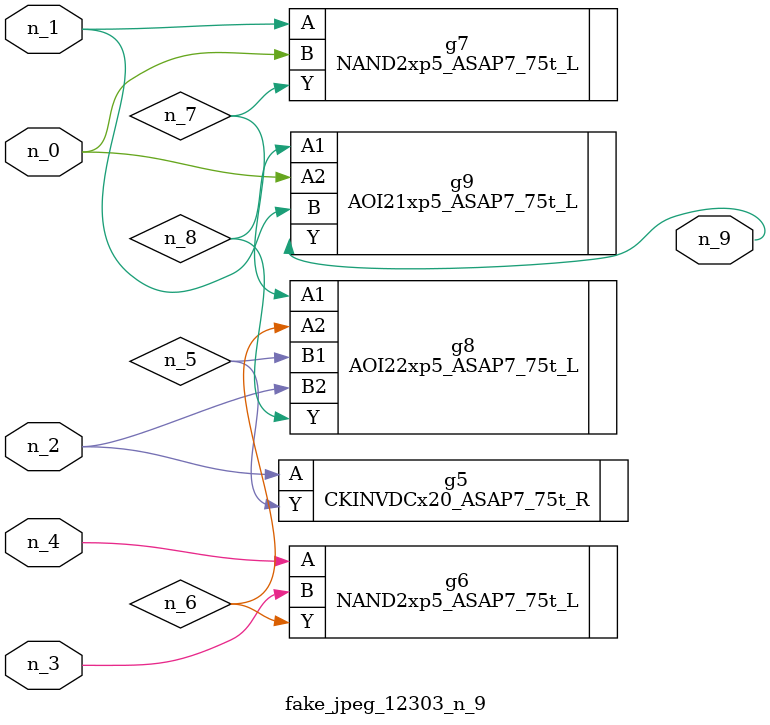
<source format=v>
module fake_jpeg_12303_n_9 (n_3, n_2, n_1, n_0, n_4, n_9);

input n_3;
input n_2;
input n_1;
input n_0;
input n_4;

output n_9;

wire n_8;
wire n_6;
wire n_5;
wire n_7;

CKINVDCx20_ASAP7_75t_R g5 ( 
.A(n_2),
.Y(n_5)
);

NAND2xp5_ASAP7_75t_L g6 ( 
.A(n_4),
.B(n_3),
.Y(n_6)
);

NAND2xp5_ASAP7_75t_L g7 ( 
.A(n_1),
.B(n_0),
.Y(n_7)
);

AOI22xp5_ASAP7_75t_L g8 ( 
.A1(n_7),
.A2(n_6),
.B1(n_5),
.B2(n_2),
.Y(n_8)
);

AOI21xp5_ASAP7_75t_L g9 ( 
.A1(n_8),
.A2(n_0),
.B(n_1),
.Y(n_9)
);


endmodule
</source>
